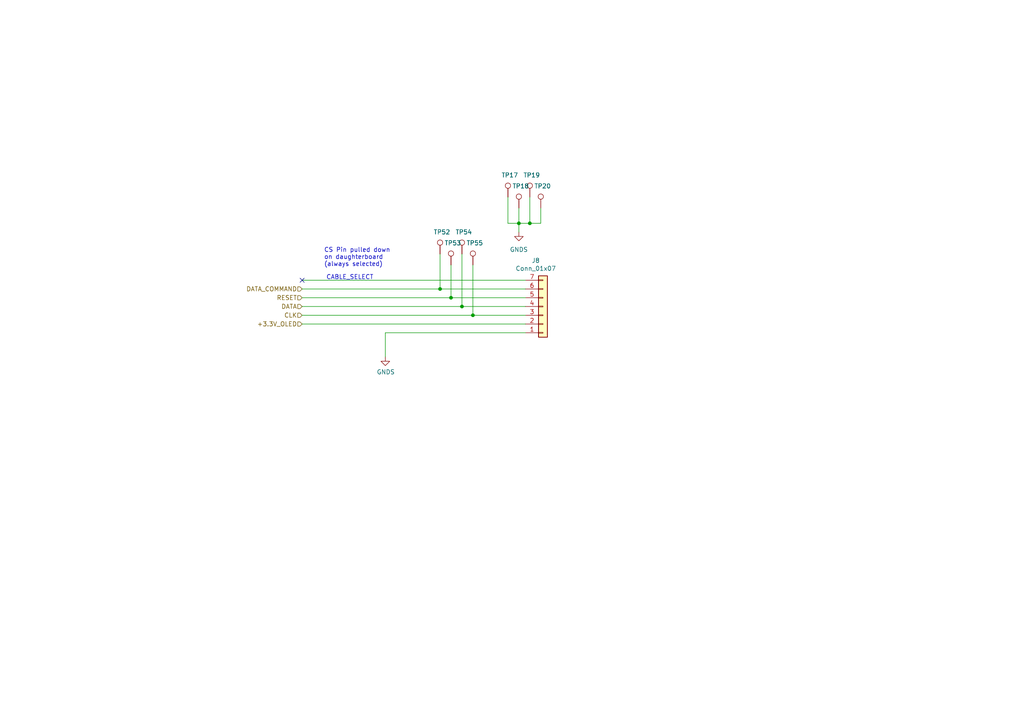
<source format=kicad_sch>
(kicad_sch (version 20211123) (generator eeschema)
  (paper "A4")
  (title_block (title "2.42\" SSD1309 OLED DIsplay Module") (date "2021-06-05") (rev "B") (company "Created by C Sutton"))
  (lib_symbols
    (symbol "Connector:TestPoint" (pin_numbers hide) (pin_names (offset 0.762) hide)
      (property "Reference" "TP" (at 0 6.858 0))
      (property "Value" "TestPoint" (at 0 5.08 0))
      (symbol "TestPoint_0_1"
        (circle (center 0 3.302) (radius 0.762))
      )
      (symbol "TestPoint_1_1"
        (pin passive line (at 0 0 90) (length 2.54) (name "1") (number "1"))
      )
    )
    (symbol "Connector_Generic:Conn_01x07" (pin_names (offset 1.016) hide)
      (property "Reference" "J" (at 0 10.16 0))
      (property "Value" "Conn_01x07" (at 0 -10.16 0))
      (symbol "Conn_01x07_1_1"
        (rectangle (start -1.27 -7.493) (end 0 -7.747) (stroke (width 0.1524)))
        (rectangle (start -1.27 -4.953) (end 0 -5.207) (stroke (width 0.1524)))
        (rectangle (start -1.27 -2.413) (end 0 -2.667) (stroke (width 0.1524)))
        (rectangle (start -1.27 0.127) (end 0 -0.127) (stroke (width 0.1524)))
        (rectangle (start -1.27 2.667) (end 0 2.413) (stroke (width 0.1524)))
        (rectangle (start -1.27 5.207) (end 0 4.953) (stroke (width 0.1524)))
        (rectangle (start -1.27 7.747) (end 0 7.493) (stroke (width 0.1524)))
        (rectangle (start -1.27 8.89) (end 1.27 -8.89) (stroke (width 0.254)) (fill (type background)))
        (pin passive line (at -5.08 7.62 0) (length 3.81) (name "Pin_1") (number "1"))
        (pin passive line (at -5.08 5.08 0) (length 3.81) (name "Pin_2") (number "2"))
        (pin passive line (at -5.08 2.54 0) (length 3.81) (name "Pin_3") (number "3"))
        (pin passive line (at -5.08 0 0) (length 3.81) (name "Pin_4") (number "4"))
        (pin passive line (at -5.08 -2.54 0) (length 3.81) (name "Pin_5") (number "5"))
        (pin passive line (at -5.08 -5.08 0) (length 3.81) (name "Pin_6") (number "6"))
        (pin passive line (at -5.08 -7.62 0) (length 3.81) (name "Pin_7") (number "7"))
      )
    )
    (symbol "power:GNDS" (power) (pin_names (offset 0))
      (property "Value" "GNDS" (at 0 -3.81 0))
      (symbol "GNDS_0_1"
        (polyline (pts (xy 0 0) (xy 0 -1.27) (xy 1.27 -1.27) (xy 0 -2.54) (xy -1.27 -1.27) (xy 0 -1.27)))
      )
      (symbol "GNDS_1_1"
        (pin power_in line (at 0 0 270) (length 0) hide (name "GNDS") (number "1"))
      )
    )
  )
  (junction (at 127.635 83.82))
  (junction (at 137.16 91.44))
  (junction (at 130.81 86.36))
  (junction (at 153.67 64.77))
  (junction (at 133.985 88.9))
  (junction (at 150.495 64.77))
  (no_connect (at 87.63 81.28))
  (wire (pts (xy 130.81 86.36) (xy 87.63 86.36)))
  (wire (pts (xy 133.985 88.9) (xy 133.985 73.66)))
  (wire (pts (xy 111.76 96.52) (xy 111.76 103.505)))
  (wire (pts (xy 127.635 83.82) (xy 127.635 73.66)))
  (wire (pts (xy 130.81 86.36) (xy 130.81 76.835)))
  (wire (pts (xy 137.16 91.44) (xy 137.16 76.835)))
  (wire (pts (xy 150.495 64.77) (xy 153.67 64.77)))
  (wire (pts (xy 152.4 83.82) (xy 127.635 83.82)))
  (wire (pts (xy 156.845 64.77) (xy 156.845 60.325)))
  (wire (pts (xy 152.4 93.98) (xy 87.63 93.98)))
  (wire (pts (xy 147.32 64.77) (xy 150.495 64.77)))
  (wire (pts (xy 133.985 88.9) (xy 87.63 88.9)))
  (wire (pts (xy 150.495 60.325) (xy 150.495 64.77)))
  (wire (pts (xy 153.67 64.77) (xy 156.845 64.77)))
  (wire (pts (xy 152.4 88.9) (xy 133.985 88.9)))
  (wire (pts (xy 147.32 57.15) (xy 147.32 64.77)))
  (wire (pts (xy 87.63 81.28) (xy 152.4 81.28)))
  (wire (pts (xy 137.16 91.44) (xy 87.63 91.44)))
  (wire (pts (xy 127.635 83.82) (xy 87.63 83.82)))
  (wire (pts (xy 153.67 57.15) (xy 153.67 64.77)))
  (wire (pts (xy 152.4 96.52) (xy 111.76 96.52)))
  (wire (pts (xy 152.4 86.36) (xy 130.81 86.36)))
  (wire (pts (xy 152.4 91.44) (xy 137.16 91.44)))
  (wire (pts (xy 150.495 64.77) (xy 150.495 67.31)))
  (text "CS Pin pulled down \non daughterboard \n(always selected)" (at 93.98 77.47 0) (effects (font (size 1.27 1.27)) (justify left bottom)))
  (text "CABLE_SELECT" (at 94.615 81.28 0) (effects (font (size 1.27 1.27)) (justify left bottom)))
  (hierarchical_label "RESET" (shape input) (at 87.63 86.36 180))
  (hierarchical_label "DATA_COMMAND" (shape input) (at 87.63 83.82 180))
  (hierarchical_label "CLK" (shape input) (at 87.63 91.44 180))
  (hierarchical_label "DATA" (shape input) (at 87.63 88.9 180))
  (hierarchical_label "+3.3V_OLED" (shape input) (at 87.63 93.98 180))
  (symbol (lib_id "Connector:TestPoint") (at 130.81 76.835 0) (unit 1)
    (property "Reference" "TP53" (at 128.905 70.485 0) (effects (justify left)))
    (property "Value" "TestPoint" (effects hide))
    (property "Footprint" "TestPoint:TestPoint_Pad_D1.0mm" (effects hide))
  )
  (symbol (lib_id "Connector:TestPoint") (at 133.985 73.66 0) (unit 1)
    (property "Reference" "TP54" (at 132.08 67.31 0) (effects (justify left)))
    (property "Value" "TestPoint" (effects hide))
    (property "Footprint" "TestPoint:TestPoint_Pad_D1.0mm" (effects hide))
  )
  (symbol (lib_id "Connector:TestPoint") (at 137.16 76.835 0) (unit 1)
    (property "Reference" "TP55" (at 135.255 70.485 0) (effects (justify left)))
    (property "Value" "TestPoint" (effects hide))
    (property "Footprint" "TestPoint:TestPoint_Pad_D1.0mm" (effects hide))
  )
  (symbol (lib_id "Connector:TestPoint") (at 127.635 73.66 0) (unit 1)
    (property "Reference" "TP52" (at 125.73 67.31 0) (effects (justify left)))
    (property "Value" "TestPoint" (effects hide))
    (property "Footprint" "TestPoint:TestPoint_Pad_D1.0mm" (effects hide))
  )
  (symbol (lib_id "Connector_Generic:Conn_01x07") (at 157.48 88.9 0) (mirror x) (unit 1)
    (property "Reference" "J8" (at 155.3972 75.565 0))
    (property "Value" "Conn_01x07" (at 155.3972 77.8764 0))
    (property "Footprint" "2.42Inch_OLED_SSD1309:2.42Inch_OLED_SSD1309" (effects hide))
  )
  (symbol (lib_id "power:GNDS") (at 111.76 103.505 0) (unit 1)
    (property "Reference" "#PWR040" (effects hide))
    (property "Value" "GNDS" (at 111.887 107.8992 0))
  )
  (symbol (lib_id "Connector:TestPoint") (at 150.495 60.325 0) (unit 1)
    (property "Reference" "TP18" (at 148.59 53.975 0) (effects (justify left)))
    (property "Value" "TestPoint" (effects hide))
    (property "Footprint" "TestPoint:TestPoint_Pad_D1.0mm" (effects hide))
  )
  (symbol (lib_id "Connector:TestPoint") (at 156.845 60.325 0) (unit 1)
    (property "Reference" "TP20" (at 154.94 53.975 0) (effects (justify left)))
    (property "Value" "TestPoint" (effects hide))
    (property "Footprint" "TestPoint:TestPoint_Pad_D1.0mm" (effects hide))
  )
  (symbol (lib_id "Connector:TestPoint") (at 153.67 57.15 0) (unit 1)
    (property "Reference" "TP19" (at 151.765 50.8 0) (effects (justify left)))
    (property "Value" "TestPoint" (effects hide))
    (property "Footprint" "TestPoint:TestPoint_Pad_D1.0mm" (effects hide))
  )
  (symbol (lib_id "Connector:TestPoint") (at 147.32 57.15 0) (unit 1)
    (property "Reference" "TP17" (at 145.415 50.8 0) (effects (justify left)))
    (property "Value" "TestPoint" (effects hide))
    (property "Footprint" "TestPoint:TestPoint_Pad_D1.0mm" (effects hide))
  )
  (symbol (lib_id "power:GNDS") (at 150.495 67.31 0) (unit 1)
    (property "Reference" "#PWR039" (effects hide))
    (property "Value" "GNDS" (at 150.495 72.39 0))
  )
)
</source>
